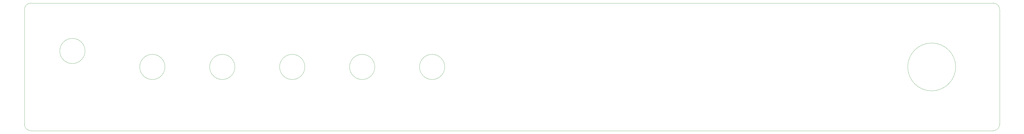
<source format=gm1>
G04 #@! TF.GenerationSoftware,KiCad,Pcbnew,5.1.10-88a1d61d58~90~ubuntu20.04.1*
G04 #@! TF.CreationDate,2021-08-11T09:12:16-04:00*
G04 #@! TF.ProjectId,single_ended_tube_amp_faceplate,73696e67-6c65-45f6-956e-6465645f7475,rev?*
G04 #@! TF.SameCoordinates,Original*
G04 #@! TF.FileFunction,Profile,NP*
%FSLAX46Y46*%
G04 Gerber Fmt 4.6, Leading zero omitted, Abs format (unit mm)*
G04 Created by KiCad (PCBNEW 5.1.10-88a1d61d58~90~ubuntu20.04.1) date 2021-08-11 09:12:16*
%MOMM*%
%LPD*%
G01*
G04 APERTURE LIST*
G04 #@! TA.AperFunction,Profile*
%ADD10C,0.050000*%
G04 #@! TD*
G04 APERTURE END LIST*
D10*
X369887500Y-25400000D02*
G75*
G03*
X369887500Y-25400000I-9525000J0D01*
G01*
X166941500Y-25400000D02*
G75*
G03*
X166941500Y-25400000I-5016500J0D01*
G01*
X139160250Y-25400000D02*
G75*
G03*
X139160250Y-25400000I-5016500J0D01*
G01*
X111379000Y-25400000D02*
G75*
G03*
X111379000Y-25400000I-5016500J0D01*
G01*
X83597750Y-25400000D02*
G75*
G03*
X83597750Y-25400000I-5016500J0D01*
G01*
X55816500Y-25400000D02*
G75*
G03*
X55816500Y-25400000I-5016500J0D01*
G01*
X24066500Y-19050000D02*
G75*
G03*
X24066500Y-19050000I-5016500J0D01*
G01*
X384810000Y0D02*
G75*
G02*
X387350000Y-2540000I0J-2540000D01*
G01*
X387350000Y-48260000D02*
G75*
G02*
X384810000Y-50800000I-2540000J0D01*
G01*
X2540000Y-50800000D02*
G75*
G02*
X0Y-48260000I0J2540000D01*
G01*
X0Y-2540000D02*
G75*
G02*
X2540000Y0I2540000J0D01*
G01*
X384810000Y0D02*
X2540000Y0D01*
X387350000Y-48260000D02*
X387350000Y-2540000D01*
X2540000Y-50800000D02*
X384810000Y-50800000D01*
X0Y-2540000D02*
X0Y-48260000D01*
M02*

</source>
